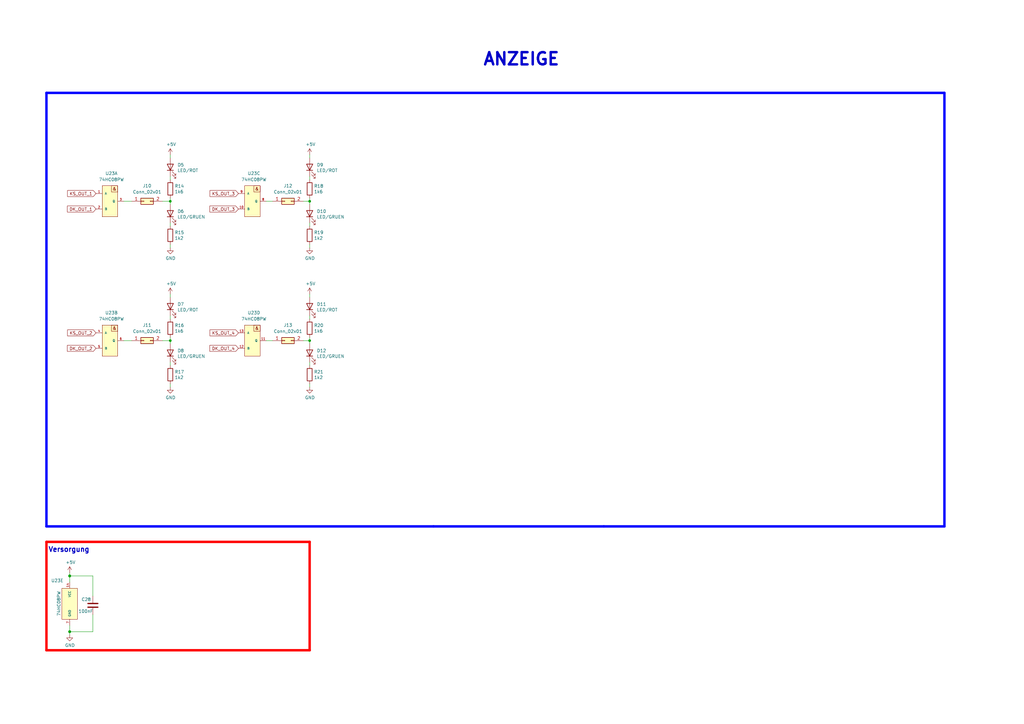
<source format=kicad_sch>
(kicad_sch (version 20210126) (generator eeschema)
  (paper "A3")
  (title_block (title "Kabeltester") (company "BMK Group") (comment 1 "Erstellt: Maximilian Hoffmann") (comment 2 "Geprüft: Robert Schulz"))
  (lib_symbols
    (symbol "Connector_Generic:Conn_02x01" (pin_names (offset 1.016) hide)
      (property "Reference" "J" (at 1.27 2.54 0))
      (property "Value" "Conn_02x01" (at 1.27 -2.54 0))
      (symbol "Conn_02x01_1_1"
        (rectangle (start -1.27 0.127) (end 0 -0.127) (stroke (width 0.1524)))
        (rectangle (start -1.27 1.27) (end 3.81 -1.27) (stroke (width 0.254)) (fill (type background)))
        (rectangle (start 3.81 0.127) (end 2.54 -0.127) (stroke (width 0.1524)))
        (pin passive line (at -5.08 0 0) (length 3.81) (name "Pin_1") (number "1"))
        (pin passive line (at 7.62 0 180) (length 3.81) (name "Pin_2") (number "2"))
      )
    )
    (symbol "Device:C_1" (pin_numbers hide) (pin_names (offset 0.254))
      (property "Reference" "C" (at 0.635 2.54 0))
      (property "Value" "C" (at 0.635 -2.54 0))
      (symbol "C_1_0_1"
        (polyline (pts (xy -2.032 -0.762) (xy 2.032 -0.762)) (stroke (width 0.508)))
        (polyline (pts (xy -2.032 0.762) (xy 2.032 0.762)) (stroke (width 0.508)))
      )
      (symbol "C_1_1_1"
        (pin passive line (at 0 3.81 270) (length 2.794) (name "~") (number "1"))
        (pin passive line (at 0 -3.81 90) (length 2.794) (name "~") (number "2"))
      )
    )
    (symbol "Device:LED" (pin_numbers hide) (pin_names (offset 1.016) hide)
      (property "Reference" "D" (at 0 2.54 0))
      (property "Value" "LED" (at 0 -2.54 0))
      (symbol "LED_0_1"
        (polyline (pts (xy -1.27 -1.27) (xy -1.27 1.27)) (stroke (width 0.254)))
        (polyline (pts (xy -1.27 0) (xy 1.27 0)))
        (polyline (pts (xy 1.27 -1.27) (xy 1.27 1.27) (xy -1.27 0) (xy 1.27 -1.27)) (stroke (width 0.254)))
        (polyline (pts (xy -3.048 -0.762) (xy -4.572 -2.286) (xy -3.81 -2.286) (xy -4.572 -2.286) (xy -4.572 -1.524)))
        (polyline (pts (xy -1.778 -0.762) (xy -3.302 -2.286) (xy -2.54 -2.286) (xy -3.302 -2.286) (xy -3.302 -1.524)))
      )
      (symbol "LED_1_1"
        (pin passive line (at -3.81 0 0) (length 2.54) (name "K") (number "1"))
        (pin passive line (at 3.81 0 180) (length 2.54) (name "A") (number "2"))
      )
    )
    (symbol "Device:R_2" (pin_numbers hide) (pin_names (offset 0))
      (property "Reference" "R" (at 2.032 0 90))
      (property "Value" "R" (at 0 0 90))
      (symbol "R_2_0_1"
        (rectangle (start -1.016 -2.54) (end 1.016 2.54) (stroke (width 0.254)))
      )
      (symbol "R_2_1_1"
        (pin passive line (at 0 3.81 270) (length 1.27) (name "~") (number "1"))
        (pin passive line (at 0 -3.81 90) (length 1.27) (name "~") (number "2"))
      )
    )
    (symbol "Device:R_23" (pin_numbers hide) (pin_names (offset 0))
      (property "Reference" "R" (at 2.032 0 90))
      (property "Value" "R" (at 0 0 90))
      (symbol "R_23_0_1"
        (rectangle (start -1.016 -2.54) (end 1.016 2.54) (stroke (width 0.254)))
      )
      (symbol "R_23_1_1"
        (pin passive line (at 0 3.81 270) (length 1.27) (name "~") (number "1"))
        (pin passive line (at 0 -3.81 90) (length 1.27) (name "~") (number "2"))
      )
    )
    (symbol "Device:R_24" (pin_numbers hide) (pin_names (offset 0))
      (property "Reference" "R" (at 2.032 0 90))
      (property "Value" "R" (at 0 0 90))
      (symbol "R_24_0_1"
        (rectangle (start -1.016 -2.54) (end 1.016 2.54) (stroke (width 0.254)))
      )
      (symbol "R_24_1_1"
        (pin passive line (at 0 3.81 270) (length 1.27) (name "~") (number "1"))
        (pin passive line (at 0 -3.81 90) (length 1.27) (name "~") (number "2"))
      )
    )
    (symbol "Device:R_25" (pin_numbers hide) (pin_names (offset 0))
      (property "Reference" "R" (at 2.032 0 90))
      (property "Value" "R" (at 0 0 90))
      (symbol "R_25_0_1"
        (rectangle (start -1.016 -2.54) (end 1.016 2.54) (stroke (width 0.254)))
      )
      (symbol "R_25_1_1"
        (pin passive line (at 0 3.81 270) (length 1.27) (name "~") (number "1"))
        (pin passive line (at 0 -3.81 90) (length 1.27) (name "~") (number "2"))
      )
    )
    (symbol "Device:R_26" (pin_numbers hide) (pin_names (offset 0))
      (property "Reference" "R" (at 2.032 0 90))
      (property "Value" "R" (at 0 0 90))
      (symbol "R_26_0_1"
        (rectangle (start -1.016 -2.54) (end 1.016 2.54) (stroke (width 0.254)))
      )
      (symbol "R_26_1_1"
        (pin passive line (at 0 3.81 270) (length 1.27) (name "~") (number "1"))
        (pin passive line (at 0 -3.81 90) (length 1.27) (name "~") (number "2"))
      )
    )
    (symbol "Device:R_3" (pin_numbers hide) (pin_names (offset 0))
      (property "Reference" "R" (at 2.032 0 90))
      (property "Value" "R" (at 0 0 90))
      (symbol "R_3_0_1"
        (rectangle (start -1.016 -2.54) (end 1.016 2.54) (stroke (width 0.254)))
      )
      (symbol "R_3_1_1"
        (pin passive line (at 0 3.81 270) (length 1.27) (name "~") (number "1"))
        (pin passive line (at 0 -3.81 90) (length 1.27) (name "~") (number "2"))
      )
    )
    (symbol "Device:R_5" (pin_numbers hide) (pin_names (offset 0))
      (property "Reference" "R" (at 2.032 0 90))
      (property "Value" "R" (at 0 0 90))
      (symbol "R_5_0_1"
        (rectangle (start -1.016 -2.54) (end 1.016 2.54) (stroke (width 0.254)))
      )
      (symbol "R_5_1_1"
        (pin passive line (at 0 3.81 270) (length 1.27) (name "~") (number "1"))
        (pin passive line (at 0 -3.81 90) (length 1.27) (name "~") (number "2"))
      )
    )
    (symbol "Device:R_6" (pin_numbers hide) (pin_names (offset 0))
      (property "Reference" "R" (at 2.032 0 90))
      (property "Value" "R" (at 0 0 90))
      (symbol "R_6_0_1"
        (rectangle (start -1.016 -2.54) (end 1.016 2.54) (stroke (width 0.254)))
      )
      (symbol "R_6_1_1"
        (pin passive line (at 0 3.81 270) (length 1.27) (name "~") (number "1"))
        (pin passive line (at 0 -3.81 90) (length 1.27) (name "~") (number "2"))
      )
    )
    (symbol "Kabeltester:74HC08PW" (pin_names (offset 1.016))
      (property "Reference" "U" (at 0 15.875 0))
      (property "Value" "74HC08PW" (at 0 13.335 0))
      (symbol "74HC08PW_1_1"
        (text "&" (at 1.905 5.08 0) (effects (font (size 1.27 1.27))))
        (rectangle (start -3.175 6.35) (end 3.175 -6.35) (fill (type background)))
        (rectangle (start 0.635 6.35) (end 3.175 3.81))
        (pin bidirectional line (at -5.715 3.175 0) (length 2.54) (name "A") (number "1"))
        (pin bidirectional line (at -5.715 -3.175 0) (length 2.54) (name "B") (number "2"))
        (pin output line (at 5.715 0 180) (length 2.54) (name "Q") (number "3"))
      )
      (symbol "74HC08PW_1_2"
        (pin bidirectional line (at -7.62 2.54 0) (length 3.81) (name "A") (number "1"))
        (pin bidirectional line (at -7.62 -2.54 0) (length 3.81) (name "B") (number "2"))
        (pin bidirectional inverted (at 6.35 0 180) (length 3.81) (name "Q") (number "3"))
      )
      (symbol "74HC08PW_2_1"
        (text "&" (at 1.905 5.08 0) (effects (font (size 1.27 1.27))))
        (rectangle (start -3.175 6.35) (end 3.175 -6.35) (fill (type background)))
        (rectangle (start 0.635 6.35) (end 3.175 3.81))
        (pin bidirectional line (at -5.715 3.175 0) (length 2.54) (name "A") (number "4"))
        (pin bidirectional line (at -5.715 -3.175 0) (length 2.54) (name "B") (number "5"))
        (pin bidirectional line (at 5.715 0 180) (length 2.54) (name "Q") (number "6"))
      )
      (symbol "74HC08PW_2_2"
        (pin bidirectional line (at -7.62 2.54 0) (length 3.81) (name "A") (number "1"))
        (pin bidirectional line (at -7.62 -2.54 0) (length 3.81) (name "B") (number "2"))
        (pin bidirectional inverted (at 6.35 0 180) (length 3.81) (name "Q") (number "3"))
      )
      (symbol "74HC08PW_3_1"
        (text "&" (at 1.905 5.08 0) (effects (font (size 1.27 1.27))))
        (rectangle (start -3.175 6.35) (end 3.175 -6.35) (fill (type background)))
        (rectangle (start 0.635 6.35) (end 3.175 3.81))
        (pin bidirectional line (at -5.715 -3.175 0) (length 2.54) (name "B") (number "10"))
        (pin bidirectional line (at 5.715 0 180) (length 2.54) (name "Q") (number "8"))
        (pin bidirectional line (at -5.715 3.175 0) (length 2.54) (name "A") (number "9"))
      )
      (symbol "74HC08PW_3_2"
        (pin bidirectional line (at -7.62 2.54 0) (length 3.81) (name "A") (number "1"))
        (pin bidirectional line (at -7.62 -2.54 0) (length 3.81) (name "B") (number "2"))
        (pin bidirectional inverted (at 6.35 0 180) (length 3.81) (name "Q") (number "3"))
      )
      (symbol "74HC08PW_4_1"
        (text "&" (at 1.905 5.08 0) (effects (font (size 1.27 1.27))))
        (rectangle (start -3.175 6.35) (end 3.175 -6.35) (fill (type background)))
        (rectangle (start 0.635 6.35) (end 3.175 3.81))
        (pin bidirectional line (at 5.715 0 180) (length 2.54) (name "Q") (number "11"))
        (pin bidirectional line (at -5.715 -3.175 0) (length 2.54) (name "B") (number "12"))
        (pin bidirectional line (at -5.715 3.175 0) (length 2.54) (name "A") (number "13"))
      )
      (symbol "74HC08PW_4_2"
        (pin bidirectional line (at -7.62 2.54 0) (length 3.81) (name "A") (number "1"))
        (pin bidirectional line (at -7.62 -2.54 0) (length 3.81) (name "B") (number "2"))
        (pin bidirectional inverted (at 6.35 0 180) (length 3.81) (name "Q") (number "3"))
      )
      (symbol "74HC08PW_5_1"
        (rectangle (start -3.175 6.35) (end 3.175 -6.35) (fill (type background)))
        (pin bidirectional line (at 0 8.89 270) (length 2.54) (name "VCC") (number "14"))
        (pin bidirectional line (at 0 -8.89 90) (length 2.54) (name "GND") (number "7"))
      )
      (symbol "74HC08PW_5_2"
        (pin bidirectional line (at -7.62 2.54 0) (length 3.81) (name "A") (number "1"))
        (pin bidirectional line (at -7.62 -2.54 0) (length 3.81) (name "B") (number "2"))
        (pin bidirectional inverted (at 6.35 0 180) (length 3.81) (name "Q") (number "3"))
      )
    )
    (symbol "power:+5V" (power) (pin_names (offset 0))
      (property "Value" "+5V" (at 0 3.556 0))
      (symbol "+5V_0_1"
        (polyline (pts (xy -0.762 1.27) (xy 0 2.54)))
        (polyline (pts (xy 0 0) (xy 0 2.54)))
        (polyline (pts (xy 0 2.54) (xy 0.762 1.27)))
      )
      (symbol "+5V_1_1"
        (pin power_in line (at 0 0 90) (length 0) hide (name "+5V") (number "1"))
      )
    )
    (symbol "power:GND" (power) (pin_names (offset 0))
      (property "Value" "GND" (at 0 -3.81 0))
      (symbol "GND_0_1"
        (polyline (pts (xy 0 0) (xy 0 -1.27) (xy 1.27 -1.27) (xy 0 -2.54) (xy -1.27 -1.27) (xy 0 -1.27)))
      )
      (symbol "GND_1_1"
        (pin power_in line (at 0 0 270) (length 0) hide (name "GND") (number "1"))
      )
    )
  )
  (junction (at 28.575 236.22) (diameter 1.016))
  (junction (at 28.575 259.08) (diameter 1.016))
  (junction (at 69.85 82.55) (diameter 0.9144))
  (junction (at 69.85 139.7) (diameter 0.9144))
  (junction (at 127 82.55) (diameter 0.9144))
  (junction (at 127 139.7) (diameter 0.9144))
  (wire (pts (xy 28.575 234.95) (xy 28.575 236.22)))
  (wire (pts (xy 28.575 236.22) (xy 28.575 238.76)))
  (wire (pts (xy 28.575 256.54) (xy 28.575 259.08)))
  (wire (pts (xy 28.575 259.08) (xy 28.575 260.35)))
  (wire (pts (xy 38.1 236.22) (xy 28.575 236.22)))
  (wire (pts (xy 38.1 244.475) (xy 38.1 236.22)))
  (wire (pts (xy 38.1 252.095) (xy 38.1 259.08)))
  (wire (pts (xy 38.1 259.08) (xy 28.575 259.08)))
  (wire (pts (xy 50.8 82.55) (xy 53.975 82.55)))
  (wire (pts (xy 50.8 139.7) (xy 53.975 139.7)))
  (wire (pts (xy 66.675 82.55) (xy 69.85 82.55)))
  (wire (pts (xy 66.675 139.7) (xy 69.85 139.7)))
  (wire (pts (xy 69.85 63.5) (xy 69.85 64.77)))
  (wire (pts (xy 69.85 72.39) (xy 69.85 73.66)))
  (wire (pts (xy 69.85 81.28) (xy 69.85 82.55)))
  (wire (pts (xy 69.85 82.55) (xy 69.85 83.82)))
  (wire (pts (xy 69.85 91.44) (xy 69.85 92.71)))
  (wire (pts (xy 69.85 100.33) (xy 69.85 101.6)))
  (wire (pts (xy 69.85 120.65) (xy 69.85 121.92)))
  (wire (pts (xy 69.85 129.54) (xy 69.85 130.81)))
  (wire (pts (xy 69.85 138.43) (xy 69.85 139.7)))
  (wire (pts (xy 69.85 139.7) (xy 69.85 140.97)))
  (wire (pts (xy 69.85 148.59) (xy 69.85 149.86)))
  (wire (pts (xy 69.85 157.48) (xy 69.85 158.75)))
  (wire (pts (xy 109.22 82.55) (xy 111.76 82.55)))
  (wire (pts (xy 109.22 139.7) (xy 111.76 139.7)))
  (wire (pts (xy 124.46 82.55) (xy 127 82.55)))
  (wire (pts (xy 124.46 139.7) (xy 127 139.7)))
  (wire (pts (xy 127 63.5) (xy 127 64.77)))
  (wire (pts (xy 127 72.39) (xy 127 73.66)))
  (wire (pts (xy 127 81.28) (xy 127 82.55)))
  (wire (pts (xy 127 82.55) (xy 127 83.82)))
  (wire (pts (xy 127 91.44) (xy 127 92.71)))
  (wire (pts (xy 127 100.33) (xy 127 101.6)))
  (wire (pts (xy 127 120.65) (xy 127 121.92)))
  (wire (pts (xy 127 129.54) (xy 127 130.81)))
  (wire (pts (xy 127 138.43) (xy 127 139.7)))
  (wire (pts (xy 127 139.7) (xy 127 140.97)))
  (wire (pts (xy 127 148.59) (xy 127 149.86)))
  (wire (pts (xy 127 157.48) (xy 127 158.75)))
  (polyline (pts (xy 19.05 38.1) (xy 19.05 215.9)) (stroke (width 1) (type solid) (color 0 0 255 1)))
  (polyline (pts (xy 19.05 38.1) (xy 387.35 38.1)) (stroke (width 1) (type solid) (color 0 0 255 1)))
  (polyline (pts (xy 19.05 215.9) (xy 177.8 215.9)) (stroke (width 1) (type solid) (color 0 0 255 1)))
  (polyline (pts (xy 19.05 222.25) (xy 19.05 266.7)) (stroke (width 1) (type solid) (color 255 0 0 1)))
  (polyline (pts (xy 19.05 266.7) (xy 127 266.7)) (stroke (width 1) (type solid) (color 255 0 0 1)))
  (polyline (pts (xy 127 222.25) (xy 19.05 222.25)) (stroke (width 1) (type solid) (color 255 0 0 1)))
  (polyline (pts (xy 127 266.7) (xy 127 222.25)) (stroke (width 1) (type solid) (color 255 0 0 1)))
  (polyline (pts (xy 177.8 215.9) (xy 247.65 215.9)) (stroke (width 1) (type solid) (color 0 0 255 1)))
  (polyline (pts (xy 247.65 215.9) (xy 387.35 215.9)) (stroke (width 1) (type solid) (color 0 0 255 1)))
  (polyline (pts (xy 387.35 38.1) (xy 387.35 215.9)) (stroke (width 1) (type solid) (color 0 0 255 1)))
  (text "Versorgung\n" (at 36.83 226.695 180) (effects (font (size 2 2) (thickness 0.4) bold) (justify right bottom)))
  (text "ANZEIGE" (at 229.87 27.305 180) (effects (font (size 5 5) (thickness 1) bold) (justify right bottom)))
  (global_label "KS_OUT_1" (shape input) (at 39.37 79.375 180) (property "Intersheet References" "${INTERSHEET_REFS}" (effects hide)))
  (global_label "DK_OUT_1" (shape input) (at 39.37 85.725 180) (property "Intersheet References" "${INTERSHEET_REFS}" (effects hide)))
  (global_label "KS_OUT_2" (shape input) (at 39.37 136.525 180) (property "Intersheet References" "${INTERSHEET_REFS}" (effects hide)))
  (global_label "DK_OUT_2" (shape input) (at 39.37 142.875 180) (property "Intersheet References" "${INTERSHEET_REFS}" (effects hide)))
  (global_label "KS_OUT_3" (shape input) (at 97.79 79.375 180) (property "Intersheet References" "${INTERSHEET_REFS}" (effects hide)))
  (global_label "DK_OUT_3" (shape input) (at 97.79 85.725 180) (property "Intersheet References" "${INTERSHEET_REFS}" (effects hide)))
  (global_label "KS_OUT_4" (shape input) (at 97.79 136.525 180) (property "Intersheet References" "${INTERSHEET_REFS}" (effects hide)))
  (global_label "DK_OUT_4" (shape input) (at 97.79 142.875 180) (property "Intersheet References" "${INTERSHEET_REFS}" (effects hide)))
  (symbol (lib_id "power:+5V") (at 28.575 234.95 0) (unit 1)
    (property "Reference" "#PWR074" (effects hide))
    (property "Value" "+5V" (at 28.9433 230.6256 0))
  )
  (symbol (lib_id "power:+5V") (at 69.85 63.5 0) (unit 1)
    (property "Reference" "#PWR078" (effects hide))
    (property "Value" "+5V" (at 70.2183 59.1756 0))
  )
  (symbol (lib_id "power:+5V") (at 69.85 120.65 0) (unit 1)
    (property "Reference" "#PWR080" (effects hide))
    (property "Value" "+5V" (at 70.2183 116.3256 0))
  )
  (symbol (lib_id "power:+5V") (at 127 63.5 0) (unit 1)
    (property "Reference" "#PWR086" (effects hide))
    (property "Value" "+5V" (at 127.3683 59.1756 0))
  )
  (symbol (lib_id "power:+5V") (at 127 120.65 0) (unit 1)
    (property "Reference" "#PWR088" (effects hide))
    (property "Value" "+5V" (at 127.3683 116.3256 0))
  )
  (symbol (lib_id "power:GND") (at 28.575 260.35 0) (unit 1)
    (property "Reference" "#PWR075" (effects hide))
    (property "Value" "GND" (at 28.6893 264.6744 0))
  )
  (symbol (lib_id "power:GND") (at 69.85 101.6 0) (unit 1)
    (property "Reference" "#PWR079" (effects hide))
    (property "Value" "GND" (at 69.9643 105.9244 0))
  )
  (symbol (lib_id "power:GND") (at 69.85 158.75 0) (unit 1)
    (property "Reference" "#PWR081" (effects hide))
    (property "Value" "GND" (at 69.9643 163.0744 0))
  )
  (symbol (lib_id "power:GND") (at 127 101.6 0) (unit 1)
    (property "Reference" "#PWR087" (effects hide))
    (property "Value" "GND" (at 127.1143 105.9244 0))
  )
  (symbol (lib_id "power:GND") (at 127 158.75 0) (unit 1)
    (property "Reference" "#PWR089" (effects hide))
    (property "Value" "GND" (at 127.1143 163.0744 0))
  )
  (symbol (lib_name "Device:R_23") (lib_id "Device:R") (at 69.85 77.47 0) (unit 1)
    (property "Reference" "R14" (at 71.6281 76.3206 0) (effects (justify left)))
    (property "Value" "1k6" (at 71.628 78.619 0) (effects (justify left)))
    (property "Footprint" "Resistor_SMD:R_0603_1608Metric_Pad0.98x0.95mm_HandSolder" (effects hide))
    (property "BMK-Nr" "BS" (effects hide))
    (property "Mouser" "-" (effects hide))
  )
  (symbol (lib_name "Device:R_24") (lib_id "Device:R") (at 69.85 96.52 0) (unit 1)
    (property "Reference" "R15" (at 71.6281 95.3706 0) (effects (justify left)))
    (property "Value" "1k2" (at 71.628 97.669 0) (effects (justify left)))
    (property "Footprint" "Resistor_SMD:R_0603_1608Metric_Pad0.98x0.95mm_HandSolder" (effects hide))
    (property "BMK-Nr" "BS" (effects hide))
    (property "Mouser" "-" (effects hide))
  )
  (symbol (lib_name "Device:R_6") (lib_id "Device:R") (at 69.85 134.62 0) (unit 1)
    (property "Reference" "R16" (at 71.6281 133.4706 0) (effects (justify left)))
    (property "Value" "1k6" (at 71.628 135.769 0) (effects (justify left)))
    (property "Footprint" "Resistor_SMD:R_0603_1608Metric_Pad0.98x0.95mm_HandSolder" (effects hide))
    (property "BMK-Nr" "BS" (effects hide))
    (property "Mouser" "-" (effects hide))
  )
  (symbol (lib_name "Device:R_5") (lib_id "Device:R") (at 69.85 153.67 0) (unit 1)
    (property "Reference" "R17" (at 71.6281 152.5206 0) (effects (justify left)))
    (property "Value" "1k2" (at 71.628 154.819 0) (effects (justify left)))
    (property "Footprint" "Resistor_SMD:R_0603_1608Metric_Pad0.98x0.95mm_HandSolder" (effects hide))
    (property "BMK-Nr" "BS" (effects hide))
    (property "Mouser" "-" (effects hide))
  )
  (symbol (lib_name "Device:R_26") (lib_id "Device:R") (at 127 77.47 0) (unit 1)
    (property "Reference" "R18" (at 128.7781 76.3206 0) (effects (justify left)))
    (property "Value" "1k6" (at 128.778 78.619 0) (effects (justify left)))
    (property "Footprint" "Resistor_SMD:R_0603_1608Metric_Pad0.98x0.95mm_HandSolder" (effects hide))
    (property "BMK-Nr" "BS" (effects hide))
    (property "Mouser" "-" (effects hide))
  )
  (symbol (lib_name "Device:R_25") (lib_id "Device:R") (at 127 96.52 0) (unit 1)
    (property "Reference" "R19" (at 128.7781 95.3706 0) (effects (justify left)))
    (property "Value" "1k2" (at 128.778 97.669 0) (effects (justify left)))
    (property "Footprint" "Resistor_SMD:R_0603_1608Metric_Pad0.98x0.95mm_HandSolder" (effects hide))
    (property "BMK-Nr" "BS" (effects hide))
    (property "Mouser" "-" (effects hide))
  )
  (symbol (lib_name "Device:R_3") (lib_id "Device:R") (at 127 134.62 0) (unit 1)
    (property "Reference" "R20" (at 128.7781 133.4706 0) (effects (justify left)))
    (property "Value" "1k6" (at 128.778 135.769 0) (effects (justify left)))
    (property "Footprint" "Resistor_SMD:R_0603_1608Metric_Pad0.98x0.95mm_HandSolder" (effects hide))
    (property "BMK-Nr" "BS" (effects hide))
    (property "Mouser" "-" (effects hide))
  )
  (symbol (lib_name "Device:R_2") (lib_id "Device:R") (at 127 153.67 0) (unit 1)
    (property "Reference" "R21" (at 128.7781 152.5206 0) (effects (justify left)))
    (property "Value" "1k2" (at 128.778 154.819 0) (effects (justify left)))
    (property "Footprint" "Resistor_SMD:R_0603_1608Metric_Pad0.98x0.95mm_HandSolder" (effects hide))
    (property "BMK-Nr" "BS" (effects hide))
    (property "Mouser" "-" (effects hide))
  )
  (symbol (lib_id "Device:LED") (at 69.85 68.58 90) (unit 1)
    (property "Reference" "D5" (at 72.7711 67.6211 90) (effects (justify right)))
    (property "Value" "LED/ROT" (at 72.771 69.92 90) (effects (justify right)))
    (property "Footprint" "LED_SMD:LED_0603_1608Metric_Pad1.05x0.95mm_HandSolder" (effects hide))
    (property "BMK-Nr" "08-8617" (effects hide))
    (property "Mouser" "604-APT1608LSECKJ3RV" (effects hide))
  )
  (symbol (lib_id "Device:LED") (at 69.85 87.63 90) (unit 1)
    (property "Reference" "D6" (at 72.7711 86.6711 90) (effects (justify right)))
    (property "Value" "LED/GRUEN" (at 72.771 88.97 90) (effects (justify right)))
    (property "Footprint" "LED_SMD:LED_0603_1608Metric_Pad1.05x0.95mm_HandSolder" (effects hide))
    (property "BMK-Nr" "08-8620" (effects hide))
    (property "Mouser" "604-APT1608LZGCK" (effects hide))
  )
  (symbol (lib_id "Device:LED") (at 69.85 125.73 90) (unit 1)
    (property "Reference" "D7" (at 72.7711 124.7711 90) (effects (justify right)))
    (property "Value" "LED/ROT" (at 72.771 127.07 90) (effects (justify right)))
    (property "Footprint" "LED_SMD:LED_0603_1608Metric_Pad1.05x0.95mm_HandSolder" (effects hide))
    (property "BMK-Nr" "08-8617" (effects hide))
    (property "Mouser" "604-APT1608LSECKJ3RV" (effects hide))
  )
  (symbol (lib_id "Device:LED") (at 69.85 144.78 90) (unit 1)
    (property "Reference" "D8" (at 72.7711 143.8211 90) (effects (justify right)))
    (property "Value" "LED/GRUEN" (at 72.771 146.12 90) (effects (justify right)))
    (property "Footprint" "LED_SMD:LED_0603_1608Metric_Pad1.05x0.95mm_HandSolder" (effects hide))
    (property "BMK-Nr" "08-8620" (effects hide))
    (property "Mouser" "604-APT1608LZGCK" (effects hide))
  )
  (symbol (lib_id "Device:LED") (at 127 68.58 90) (unit 1)
    (property "Reference" "D9" (at 129.9211 67.6211 90) (effects (justify right)))
    (property "Value" "LED/ROT" (at 129.921 69.92 90) (effects (justify right)))
    (property "Footprint" "LED_SMD:LED_0603_1608Metric_Pad1.05x0.95mm_HandSolder" (effects hide))
    (property "BMK-Nr" "08-8617" (effects hide))
    (property "Mouser" "604-APT1608LSECKJ3RV" (effects hide))
  )
  (symbol (lib_id "Device:LED") (at 127 87.63 90) (unit 1)
    (property "Reference" "D10" (at 129.9211 86.6711 90) (effects (justify right)))
    (property "Value" "LED/GRUEN" (at 129.921 88.97 90) (effects (justify right)))
    (property "Footprint" "LED_SMD:LED_0603_1608Metric_Pad1.05x0.95mm_HandSolder" (effects hide))
    (property "BMK-Nr" "08-8620" (effects hide))
    (property "Mouser" "604-APT1608LZGCK" (effects hide))
  )
  (symbol (lib_id "Device:LED") (at 127 125.73 90) (unit 1)
    (property "Reference" "D11" (at 129.9211 124.7711 90) (effects (justify right)))
    (property "Value" "LED/ROT" (at 129.921 127.07 90) (effects (justify right)))
    (property "Footprint" "LED_SMD:LED_0603_1608Metric_Pad1.05x0.95mm_HandSolder" (effects hide))
    (property "BMK-Nr" "08-8617" (effects hide))
    (property "Mouser" "604-APT1608LSECKJ3RV" (effects hide))
  )
  (symbol (lib_id "Device:LED") (at 127 144.78 90) (unit 1)
    (property "Reference" "D12" (at 129.9211 143.8211 90) (effects (justify right)))
    (property "Value" "LED/GRUEN" (at 129.921 146.12 90) (effects (justify right)))
    (property "Footprint" "LED_SMD:LED_0603_1608Metric_Pad1.05x0.95mm_HandSolder" (effects hide))
    (property "BMK-Nr" "08-8620" (effects hide))
    (property "Mouser" "604-APT1608LZGCK" (effects hide))
  )
  (symbol (lib_name "Device:C_1") (lib_id "Device:C") (at 38.1 248.285 0) (unit 1)
    (property "Reference" "C28" (at 33.4011 245.8656 0) (effects (justify left)))
    (property "Value" "100nF" (at 32.131 250.704 0) (effects (justify left)))
    (property "Footprint" "Capacitor_SMD:C_0603_1608Metric_Pad1.08x0.95mm_HandSolder" (effects hide))
    (property "BMK-Nr" "BS" (effects hide))
  )
  (symbol (lib_id "Connector_Generic:Conn_02x01") (at 59.055 82.55 0) (unit 1)
    (property "Reference" "J10" (at 60.325 76.2 0))
    (property "Value" "Conn_02x01" (at 60.325 78.74 0))
    (property "Footprint" "Connector_PinSocket_2.54mm:PinSocket_1x02_P2.54mm_Vertical" (effects hide))
  )
  (symbol (lib_id "Connector_Generic:Conn_02x01") (at 59.055 139.7 0) (unit 1)
    (property "Reference" "J11" (at 60.325 133.35 0))
    (property "Value" "Conn_02x01" (at 60.325 135.89 0))
    (property "Footprint" "Connector_PinSocket_2.54mm:PinSocket_1x02_P2.54mm_Vertical" (effects hide))
  )
  (symbol (lib_id "Connector_Generic:Conn_02x01") (at 116.84 82.55 0) (unit 1)
    (property "Reference" "J12" (at 118.11 76.2 0))
    (property "Value" "Conn_02x01" (at 118.11 78.74 0))
    (property "Footprint" "Connector_PinSocket_2.54mm:PinSocket_1x02_P2.54mm_Vertical" (effects hide))
  )
  (symbol (lib_id "Connector_Generic:Conn_02x01") (at 116.84 139.7 0) (unit 1)
    (property "Reference" "J13" (at 118.11 133.35 0))
    (property "Value" "Conn_02x01" (at 118.11 135.89 0))
    (property "Footprint" "Connector_PinSocket_2.54mm:PinSocket_1x02_P2.54mm_Vertical" (effects hide))
  )
  (symbol (lib_id "Kabeltester:74HC08PW") (at 28.575 247.65 0) (unit 5)
    (property "Reference" "U23" (at 20.955 238.125 0) (effects (justify left)))
    (property "Value" "74HC08PW" (at 24.13 252.73 90) (effects (justify left)))
    (property "Footprint" "Package_SO:TSSOP-14_4.4x5mm_P0.65mm" (effects hide))
    (property "Datasheet" "https://www.ti.com/lit/ds/symlink/sn74hc08-q1.pdf?HQS=dis-mous-null-mousermode-dsf-pf-null-wwe&ts=1614454333862&ref_url=https%253A%252F%252Fwww.mouser.de%252F" (effects hide))
    (property "BMK-Nr" "06-0975" (effects hide))
    (property "Mouser" "771-HC08PW118" (effects hide))
  )
  (symbol (lib_id "Kabeltester:74HC08PW") (at 45.085 82.55 0) (unit 1)
    (property "Reference" "U23" (at 45.72 71.12 0))
    (property "Value" "74HC08PW" (at 45.72 73.66 0))
    (property "Footprint" "Package_SO:TSSOP-14_4.4x5mm_P0.65mm" (effects hide))
    (property "Datasheet" "https://www.ti.com/lit/ds/symlink/sn74hc08-q1.pdf?HQS=dis-mous-null-mousermode-dsf-pf-null-wwe&ts=1614454333862&ref_url=https%253A%252F%252Fwww.mouser.de%252F" (effects hide))
    (property "BMK-Nr" "06-0975" (effects hide))
    (property "Mouser" "771-HC08PW118" (effects hide))
  )
  (symbol (lib_id "Kabeltester:74HC08PW") (at 45.085 139.7 0) (unit 2)
    (property "Reference" "U23" (at 45.72 128.27 0))
    (property "Value" "74HC08PW" (at 45.72 130.81 0))
    (property "Footprint" "Package_SO:TSSOP-14_4.4x5mm_P0.65mm" (effects hide))
    (property "Datasheet" "https://www.ti.com/lit/ds/symlink/sn74hc08-q1.pdf?HQS=dis-mous-null-mousermode-dsf-pf-null-wwe&ts=1614454333862&ref_url=https%253A%252F%252Fwww.mouser.de%252F" (effects hide))
    (property "BMK-Nr" "06-0975" (effects hide))
    (property "Mouser" "771-HC08PW118" (effects hide))
  )
  (symbol (lib_id "Kabeltester:74HC08PW") (at 103.505 82.55 0) (unit 3)
    (property "Reference" "U23" (at 104.14 71.12 0))
    (property "Value" "74HC08PW" (at 104.14 73.66 0))
    (property "Footprint" "Package_SO:TSSOP-14_4.4x5mm_P0.65mm" (effects hide))
    (property "Datasheet" "https://www.ti.com/lit/ds/symlink/sn74hc08-q1.pdf?HQS=dis-mous-null-mousermode-dsf-pf-null-wwe&ts=1614454333862&ref_url=https%253A%252F%252Fwww.mouser.de%252F" (effects hide))
    (property "BMK-Nr" "06-0975" (effects hide))
    (property "Mouser" "771-HC08PW118" (effects hide))
  )
  (symbol (lib_id "Kabeltester:74HC08PW") (at 103.505 139.7 0) (unit 4)
    (property "Reference" "U23" (at 104.14 128.27 0))
    (property "Value" "74HC08PW" (at 104.14 130.81 0))
    (property "Footprint" "Package_SO:TSSOP-14_4.4x5mm_P0.65mm" (effects hide))
    (property "Datasheet" "https://www.ti.com/lit/ds/symlink/sn74hc08-q1.pdf?HQS=dis-mous-null-mousermode-dsf-pf-null-wwe&ts=1614454333862&ref_url=https%253A%252F%252Fwww.mouser.de%252F" (effects hide))
    (property "BMK-Nr" "06-0975" (effects hide))
    (property "Mouser" "771-HC08PW118" (effects hide))
  )
)
</source>
